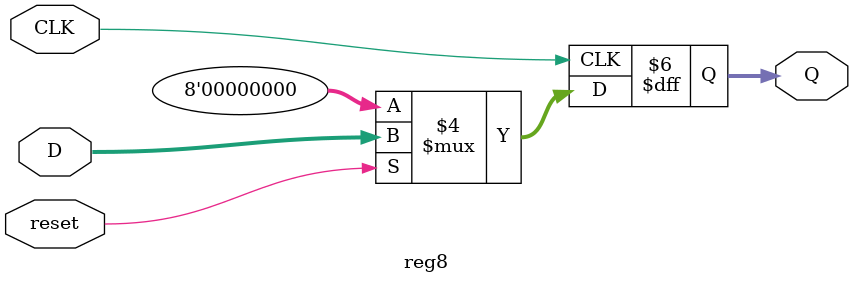
<source format=v>
module Part5(SW,LEDR,KEY,HEX0,HEX1,HEX2,HEX3,HEX4,HEX5);
input [9:0] SW;
input [1:0] KEY;
output [9:0] LEDR;
output [6:0] HEX0,HEX1,HEX2,HEX3,HEX4,HEX5;
wire [7:0] O,A,x,S;
wire [7:0] Q;
wire CIN,COUT;
wire [6:0] de1,de2,de3,de4,de5,de6;

assign CIN=0;
assign A = SW[7:0];
//assign B = SW[7:4];
//assign CIN = SW [8];
assign clock = KEY[1];
assign resetbutton = KEY[0];

reg8 d8bit1(resetbutton,clock,A,Q);


fourfa ffa1(A,Q,CIN,S,COUT);

decoder d1(A[3:0],de1);
decoder d2(A[7:4],de2);
decoder d3(Q[3:0],de3);
decoder d4(Q[7:4],de4);
decoder d5(S[3:0],de5);
decoder d6(S[7:4],de6);


assign HEX0 = de3;
assign HEX1 = de4;
assign HEX2 = de1;
assign HEX3 = de2;
assign HEX4 = de5;
assign HEX5 = de6;



//assign LEDR[3:0] = S;
assign LEDR[0] = COUT;


endmodule

//Full adder 8 bits 
module fourfa(a,b,cin,s,cout);
input [7:0] a,b;
input cin;
output [7:0] s;
output cout;
wire [7:0] carry, sum;


fa fa1(a[0], b[0], cin, sum[0],carry[0]);
fa fa2(a[1], b[1], carry[0], sum[1],carry[1]);
fa fa3(a[2], b[2], carry[1], sum[2],carry[2]);
fa fa4(a[3], b[3], carry[2], sum[3],carry[3]);
fa fa5(a[4], b[4], carry[3], sum[4],carry[4]);
fa fa6(a[5], b[5], carry[4], sum[5],carry[5]);
fa fa7(a[6], b[6], carry[5], sum[6],carry[6]);
fa fa8(a[7], b[7], carry[6], sum[7],carry[7]);

assign cout = carry[7];
assign s = sum;

endmodule
//Full adder Single Bit
module fa(a,b,cin,s,cout);
input a,b,cin;
output s, cout;

assign s = cin ^ (a ^ b);
assign cout = (a & b) | (cin & (a ^ b));
endmodule  

//DECODER for 7-segment display (4 bit to hex)
module decoder (bcd, seg);

input [3:0] bcd;
assign a = bcd[3];
assign b = bcd[2];
assign c = bcd[1];
assign d = bcd[0];

output [6:0] seg;

assign seg[0] = (~a & ~b & ~c & d) | (~a & b &  ~c & ~d) | (a & ~b & c & d) | (a & b & ~c & d); //a
assign seg[1] = (b & c & ~d) | (a & c & d) | (a & b & ~d) | (~a & b & ~c & d) ;//b
assign seg[2] = (a & b & ~d) | (a & b & c) | (~a & ~b & c & ~d);//c
assign seg[3] = (b & c & d) | (~a & ~b & ~c & d) | (~a & b & ~c & ~d) | (a & ~b & c & ~d);//d
assign seg[4] = (~a & d) | (~b & ~c & d) | (~a & b & ~c) ;//e
assign seg[5] = (~a & ~b & d) | (~a & ~b & c) | (~a & c & d) | (a & b & ~c & d);//f
assign seg[6] = (~a & ~b & ~c) | (~a & b & c & d) | (a & b & ~c & ~d);//g


endmodule

//8-bit D Flipflop
module reg8 (reset, CLK, D, Q);
input reset;
input CLK;
input [7:0] D;
output [7:0] Q;
reg [7:0] Q;
always @(posedge CLK)
if (~reset)
Q = 0;
else
Q = D;
endmodule

</source>
